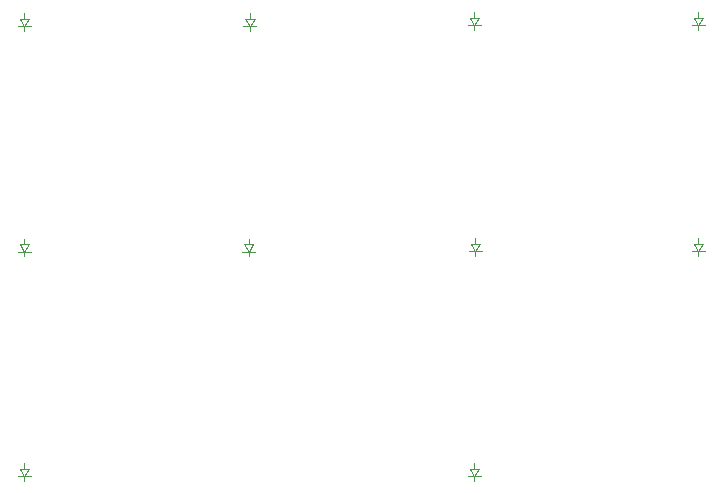
<source format=gbr>
%TF.GenerationSoftware,KiCad,Pcbnew,8.0.6*%
%TF.CreationDate,2024-10-21T23:54:32-04:00*%
%TF.ProjectId,keyboard tutorial,6b657962-6f61-4726-9420-7475746f7269,rev?*%
%TF.SameCoordinates,Original*%
%TF.FileFunction,Legend,Bot*%
%TF.FilePolarity,Positive*%
%FSLAX46Y46*%
G04 Gerber Fmt 4.6, Leading zero omitted, Abs format (unit mm)*
G04 Created by KiCad (PCBNEW 8.0.6) date 2024-10-21 23:54:32*
%MOMM*%
%LPD*%
G01*
G04 APERTURE LIST*
%ADD10C,0.100000*%
G04 APERTURE END LIST*
D10*
%TO.C,D4*%
X120771250Y-94711250D02*
X121871250Y-94711250D01*
X120921250Y-94111250D02*
X121721250Y-94111250D01*
X121321250Y-93611250D02*
X121321250Y-94111250D01*
X121321250Y-94711250D02*
X120921250Y-94111250D01*
X121321250Y-94711250D02*
X121321250Y-95111250D01*
X121721250Y-94111250D02*
X121321250Y-94711250D01*
%TO.C,D10*%
X177850000Y-75550000D02*
X178950000Y-75550000D01*
X178000000Y-74950000D02*
X178800000Y-74950000D01*
X178400000Y-74450000D02*
X178400000Y-74950000D01*
X178400000Y-75550000D02*
X178000000Y-74950000D01*
X178400000Y-75550000D02*
X178400000Y-75950000D01*
X178800000Y-74950000D02*
X178400000Y-75550000D01*
%TO.C,D1*%
X120771250Y-75611250D02*
X121871250Y-75611250D01*
X120921250Y-75011250D02*
X121721250Y-75011250D01*
X121321250Y-74511250D02*
X121321250Y-75011250D01*
X121321250Y-75611250D02*
X120921250Y-75011250D01*
X121321250Y-75611250D02*
X121321250Y-76011250D01*
X121721250Y-75011250D02*
X121321250Y-75611250D01*
%TO.C,D11*%
X177850000Y-94650000D02*
X178950000Y-94650000D01*
X178000000Y-94050000D02*
X178800000Y-94050000D01*
X178400000Y-93550000D02*
X178400000Y-94050000D01*
X178400000Y-94650000D02*
X178000000Y-94050000D01*
X178400000Y-94650000D02*
X178400000Y-95050000D01*
X178800000Y-94050000D02*
X178400000Y-94650000D01*
%TO.C,D2*%
X158882500Y-75555000D02*
X159982500Y-75555000D01*
X159032500Y-74955000D02*
X159832500Y-74955000D01*
X159432500Y-74455000D02*
X159432500Y-74955000D01*
X159432500Y-75555000D02*
X159032500Y-74955000D01*
X159432500Y-75555000D02*
X159432500Y-75955000D01*
X159832500Y-74955000D02*
X159432500Y-75555000D01*
%TO.C,D6*%
X158971250Y-94701250D02*
X160071250Y-94701250D01*
X159121250Y-94101250D02*
X159921250Y-94101250D01*
X159521250Y-93601250D02*
X159521250Y-94101250D01*
X159521250Y-94701250D02*
X159121250Y-94101250D01*
X159521250Y-94701250D02*
X159521250Y-95101250D01*
X159921250Y-94101250D02*
X159521250Y-94701250D01*
%TO.C,D7*%
X120771250Y-113711250D02*
X121871250Y-113711250D01*
X120921250Y-113111250D02*
X121721250Y-113111250D01*
X121321250Y-112611250D02*
X121321250Y-113111250D01*
X121321250Y-113711250D02*
X120921250Y-113111250D01*
X121321250Y-113711250D02*
X121321250Y-114111250D01*
X121721250Y-113111250D02*
X121321250Y-113711250D01*
%TO.C,D3*%
X139871250Y-75611250D02*
X140971250Y-75611250D01*
X140021250Y-75011250D02*
X140821250Y-75011250D01*
X140421250Y-74511250D02*
X140421250Y-75011250D01*
X140421250Y-75611250D02*
X140021250Y-75011250D01*
X140421250Y-75611250D02*
X140421250Y-76011250D01*
X140821250Y-75011250D02*
X140421250Y-75611250D01*
%TO.C,D9*%
X158871250Y-113711250D02*
X159971250Y-113711250D01*
X159021250Y-113111250D02*
X159821250Y-113111250D01*
X159421250Y-112611250D02*
X159421250Y-113111250D01*
X159421250Y-113711250D02*
X159021250Y-113111250D01*
X159421250Y-113711250D02*
X159421250Y-114111250D01*
X159821250Y-113111250D02*
X159421250Y-113711250D01*
%TO.C,D5*%
X139771250Y-94711250D02*
X140871250Y-94711250D01*
X139921250Y-94111250D02*
X140721250Y-94111250D01*
X140321250Y-93611250D02*
X140321250Y-94111250D01*
X140321250Y-94711250D02*
X139921250Y-94111250D01*
X140321250Y-94711250D02*
X140321250Y-95111250D01*
X140721250Y-94111250D02*
X140321250Y-94711250D01*
%TD*%
M02*

</source>
